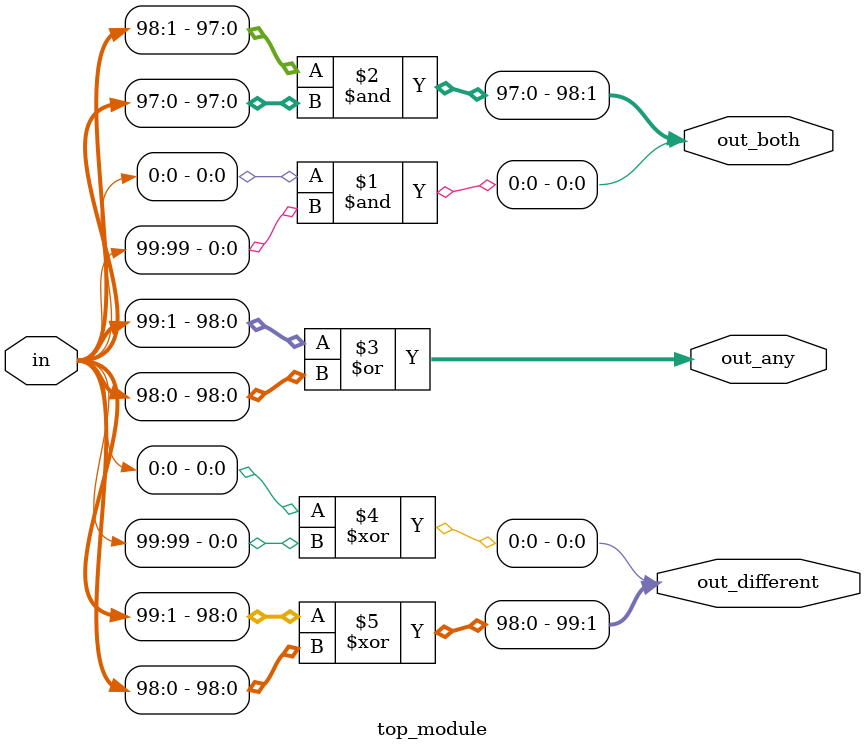
<source format=sv>
module top_module (
  input [99:0] in,
  output [98:0] out_both,
  output [99:1] out_any,
  output [99:0] out_different
);

  // Implementing out_both
  assign out_both[0] = in[0] & in[99];
  assign out_both[1:98] = in[1:98] & in[0:97];
  
  // Implementing out_any
  assign out_any[1:99] = in[1:99] | in[0:98];
  
  // Implementing out_different
  assign out_different[0] = in[0] ^ in[99];
  assign out_different[1:99] = in[1:99] ^ in[0:98];

endmodule

</source>
